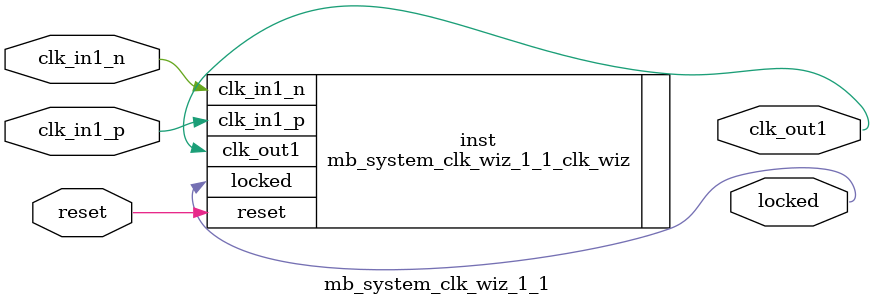
<source format=v>


`timescale 1ps/1ps

(* CORE_GENERATION_INFO = "mb_system_clk_wiz_1_1,clk_wiz_v5_3_3_0,{component_name=mb_system_clk_wiz_1_1,use_phase_alignment=true,use_min_o_jitter=false,use_max_i_jitter=false,use_dyn_phase_shift=false,use_inclk_switchover=false,use_dyn_reconfig=false,enable_axi=0,feedback_source=FDBK_AUTO,PRIMITIVE=MMCM,num_out_clk=1,clkin1_period=10.0,clkin2_period=10.0,use_power_down=false,use_reset=true,use_locked=true,use_inclk_stopped=false,feedback_type=SINGLE,CLOCK_MGR_TYPE=NA,manual_override=false}" *)

module mb_system_clk_wiz_1_1 
 (
  // Clock out ports
  output        clk_out1,
  // Status and control signals
  input         reset,
  output        locked,
 // Clock in ports
  input         clk_in1_p,
  input         clk_in1_n
 );

  mb_system_clk_wiz_1_1_clk_wiz inst
  (
  // Clock out ports  
  .clk_out1(clk_out1),
  // Status and control signals               
  .reset(reset), 
  .locked(locked),
 // Clock in ports
  .clk_in1_p(clk_in1_p),
  .clk_in1_n(clk_in1_n)
  );

endmodule

</source>
